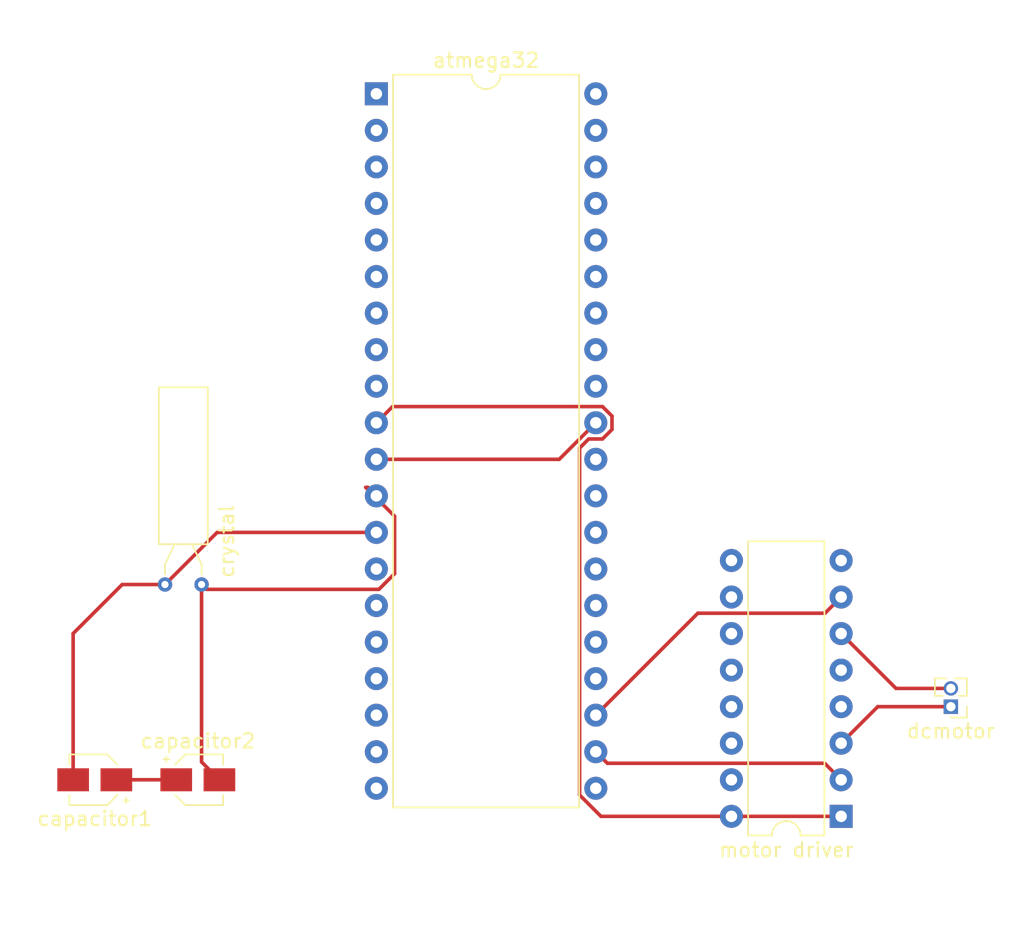
<source format=kicad_pcb>
(kicad_pcb (version 20211014) (generator pcbnew)
  (layers (0 "F.Cu" signal) (31 "B.Cu" signal) (34 "B.Paste" user) (35 "F.Paste" user) (36 "B.SilkS" user "B.Silkscreen") (37 "F.SilkS" user "F.Silkscreen") (38 "B.Mask" user) (39 "F.Mask" user) (44 "Edge.Cuts" user))
  (net 0 "")
  (net 1 "GND")
  (net 2 "Net-(C1-Pad2)")
  (net 3 "Net-(U1-Pad13)")
  (net 4 "Net-(M1-Pad1)")
  (net 5 "Net-(M1-Pad2)")
  (net 15 "Net-(U1-Pad10)")
  (net 16 "Net-(U1-Pad11)")
  (net 25 "Net-(U1-Pad22)")
  (net 26 "Net-(U1-Pad23)")
  (net 33 "+5V")
  (net 45 "+12V")
  (footprint "Package_DIP:DIP-40_W15.24mm" (layer "F.Cu") (at 122.66 56.47)
    (fp_text reference "atmega32" (at 7.62 -2.33) (layer "F.SilkS"))
    (fp_text value "ATmega32-16P")
    (fp_line (start 1.16 49.59) (end 14.08 49.59) (layer "F.SilkS") (width 0.12))
    (fp_line (start 6.62 -1.33) (end 1.16 -1.33) (layer "F.SilkS") (width 0.12))
    (fp_line (start 14.08 -1.33) (end 8.62 -1.33) (layer "F.SilkS") (width 0.12))
    (fp_line (start 14.08 49.59) (end 14.08 -1.33) (layer "F.SilkS") (width 0.12))
    (fp_line (start 1.16 -1.33) (end 1.16 49.59) (layer "F.SilkS") (width 0.12))
    (fp_arc (start 8.62 -1.33) (mid 7.62 -0.33) (end 6.62 -1.33) (layer "F.SilkS") (width 0.12))
    (pad "1" thru_hole rect (at 0 0) (size 1.6 1.6) (drill 0.8) (layers *.Cu *.Mask))
    (pad "2" thru_hole oval (at 0 2.54) (size 1.6 1.6) (drill 0.8) (layers *.Cu *.Mask))
    (pad "3" thru_hole oval (at 0 5.08) (size 1.6 1.6) (drill 0.8) (layers *.Cu *.Mask))
    (pad "4" thru_hole oval (at 0 7.62) (size 1.6 1.6) (drill 0.8) (layers *.Cu *.Mask))
    (pad "5" thru_hole oval (at 0 10.16) (size 1.6 1.6) (drill 0.8) (layers *.Cu *.Mask))
    (pad "6" thru_hole oval (at 0 12.7) (size 1.6 1.6) (drill 0.8) (layers *.Cu *.Mask))
    (pad "7" thru_hole oval (at 0 15.24) (size 1.6 1.6) (drill 0.8) (layers *.Cu *.Mask))
    (pad "8" thru_hole oval (at 0 17.78) (size 1.6 1.6) (drill 0.8) (layers *.Cu *.Mask))
    (pad "9" thru_hole oval (at 0 20.32) (size 1.6 1.6) (drill 0.8) (layers *.Cu *.Mask))
    (pad "10" thru_hole oval (at 0 22.86) (size 1.6 1.6) (drill 0.8) (layers *.Cu *.Mask) (net 15 "Net-(U1-Pad10)"))
    (pad "11" thru_hole oval (at 0 25.4) (size 1.6 1.6) (drill 0.8) (layers *.Cu *.Mask) (net 16 "Net-(U1-Pad11)"))
    (pad "12" thru_hole oval (at 0 27.94) (size 1.6 1.6) (drill 0.8) (layers *.Cu *.Mask) (net 2 "Net-(C1-Pad2)"))
    (pad "13" thru_hole oval (at 0 30.48) (size 1.6 1.6) (drill 0.8) (layers *.Cu *.Mask) (net 3 "Net-(U1-Pad13)"))
    (pad "14" thru_hole oval (at 0 33.02) (size 1.6 1.6) (drill 0.8) (layers *.Cu *.Mask))
    (pad "15" thru_hole oval (at 0 35.56) (size 1.6 1.6) (drill 0.8) (layers *.Cu *.Mask))
    (pad "16" thru_hole oval (at 0 38.1) (size 1.6 1.6) (drill 0.8) (layers *.Cu *.Mask))
    (pad "17" thru_hole oval (at 0 40.64) (size 1.6 1.6) (drill 0.8) (layers *.Cu *.Mask))
    (pad "18" thru_hole oval (at 0 43.18) (size 1.6 1.6) (drill 0.8) (layers *.Cu *.Mask))
    (pad "19" thru_hole oval (at 0 45.72) (size 1.6 1.6) (drill 0.8) (layers *.Cu *.Mask))
    (pad "20" thru_hole oval (at 0 48.26) (size 1.6 1.6) (drill 0.8) (layers *.Cu *.Mask))
    (pad "21" thru_hole oval (at 15.24 48.26) (size 1.6 1.6) (drill 0.8) (layers *.Cu *.Mask))
    (pad "22" thru_hole oval (at 15.24 45.72) (size 1.6 1.6) (drill 0.8) (layers *.Cu *.Mask) (net 25 "Net-(U1-Pad22)"))
    (pad "23" thru_hole oval (at 15.24 43.18) (size 1.6 1.6) (drill 0.8) (layers *.Cu *.Mask) (net 26 "Net-(U1-Pad23)"))
    (pad "24" thru_hole oval (at 15.24 40.64) (size 1.6 1.6) (drill 0.8) (layers *.Cu *.Mask))
    (pad "25" thru_hole oval (at 15.24 38.1) (size 1.6 1.6) (drill 0.8) (layers *.Cu *.Mask))
    (pad "26" thru_hole oval (at 15.24 35.56) (size 1.6 1.6) (drill 0.8) (layers *.Cu *.Mask))
    (pad "27" thru_hole oval (at 15.24 33.02) (size 1.6 1.6) (drill 0.8) (layers *.Cu *.Mask))
    (pad "28" thru_hole oval (at 15.24 30.48) (size 1.6 1.6) (drill 0.8) (layers *.Cu *.Mask))
    (pad "29" thru_hole oval (at 15.24 27.94) (size 1.6 1.6) (drill 0.8) (layers *.Cu *.Mask))
    (pad "30" thru_hole oval (at 15.24 25.4) (size 1.6 1.6) (drill 0.8) (layers *.Cu *.Mask) (net 33 "+5V"))
    (pad "31" thru_hole oval (at 15.24 22.86) (size 1.6 1.6) (drill 0.8) (layers *.Cu *.Mask) (net 16 "Net-(U1-Pad11)"))
    (pad "32" thru_hole oval (at 15.24 20.32) (size 1.6 1.6) (drill 0.8) (layers *.Cu *.Mask))
    (pad "33" thru_hole oval (at 15.24 17.78) (size 1.6 1.6) (drill 0.8) (layers *.Cu *.Mask))
    (pad "34" thru_hole oval (at 15.24 15.24) (size 1.6 1.6) (drill 0.8) (layers *.Cu *.Mask))
    (pad "35" thru_hole oval (at 15.24 12.7) (size 1.6 1.6) (drill 0.8) (layers *.Cu *.Mask))
    (pad "36" thru_hole oval (at 15.24 10.16) (size 1.6 1.6) (drill 0.8) (layers *.Cu *.Mask))
    (pad "37" thru_hole oval (at 15.24 7.62) (size 1.6 1.6) (drill 0.8) (layers *.Cu *.Mask))
    (pad "38" thru_hole oval (at 15.24 5.08) (size 1.6 1.6) (drill 0.8) (layers *.Cu *.Mask))
    (pad "39" thru_hole oval (at 15.24 2.54) (size 1.6 1.6) (drill 0.8) (layers *.Cu *.Mask))
    (pad "40" thru_hole oval (at 15.24 0) (size 1.6 1.6) (drill 0.8) (layers *.Cu *.Mask))
  )
  (footprint "Connector_PinHeader_1.27mm:PinHeader_1x02_P1.27mm_Vertical" (layer "F.Cu") (at 162.56 99.06 180)
    (fp_text reference "dcmotor" (at 0 -1.695) (layer "F.SilkS"))
    (fp_text value "Motor_DC")
    (fp_line (start 0.563471 0.76) (end 1.11 0.76) (layer "F.SilkS") (width 0.12))
    (fp_line (start -1.11 0) (end -1.11 -0.76) (layer "F.SilkS") (width 0.12))
    (fp_line (start -1.11 -0.76) (end 0 -0.76) (layer "F.SilkS") (width 0.12))
    (fp_line (start 1.11 0.76) (end 1.11 1.965) (layer "F.SilkS") (width 0.12))
    (fp_line (start -1.11 1.965) (end -0.30753 1.965) (layer "F.SilkS") (width 0.12))
    (fp_line (start -1.11 0.76) (end -0.563471 0.76) (layer "F.SilkS") (width 0.12))
    (fp_line (start 0.30753 1.965) (end 1.11 1.965) (layer "F.SilkS") (width 0.12))
    (fp_line (start -1.11 0.76) (end -1.11 1.965) (layer "F.SilkS") (width 0.12))
    (pad "1" thru_hole rect (at 0 0 180) (size 1 1) (drill 0.65) (layers *.Cu *.Mask) (net 4 "Net-(M1-Pad1)"))
    (pad "2" thru_hole oval (at 0 1.27 180) (size 1 1) (drill 0.65) (layers *.Cu *.Mask) (net 5 "Net-(M1-Pad2)"))
  )
  (footprint "Capacitor_SMD:CP_Elec_3x5.3" (layer "F.Cu") (at 110.26 104.14)
    (fp_text reference "capacitor2" (at 0 -2.7) (layer "F.SilkS"))
    (fp_text value "C_Polarized_US")
    (fp_line (start 1.76 -1.76) (end 1.76 -1.06) (layer "F.SilkS") (width 0.12))
    (fp_line (start -1.570563 -1.06) (end -0.870563 -1.76) (layer "F.SilkS") (width 0.12))
    (fp_line (start -2.1875 -1.6225) (end -2.1875 -1.2475) (layer "F.SilkS") (width 0.12))
    (fp_line (start -1.570563 1.06) (end -0.870563 1.76) (layer "F.SilkS") (width 0.12))
    (fp_line (start -2.375 -1.435) (end -2 -1.435) (layer "F.SilkS") (width 0.12))
    (fp_line (start -0.870563 1.76) (end 1.76 1.76) (layer "F.SilkS") (width 0.12))
    (fp_line (start 1.76 1.76) (end 1.76 1.06) (layer "F.SilkS") (width 0.12))
    (fp_line (start -0.870563 -1.76) (end 1.76 -1.76) (layer "F.SilkS") (width 0.12))
    (pad "1" smd rect (at -1.5 0) (size 2.2 1.6) (layers "F.Cu" "F.Paste" "F.Mask") (net 1 "GND"))
    (pad "2" smd rect (at 1.5 0) (size 2.2 1.6) (layers "F.Cu" "F.Paste" "F.Mask") (net 2 "Net-(C1-Pad2)"))
  )
  (footprint "Package_DIP:DIP-16_W7.62mm" (layer "F.Cu") (at 154.94 106.68 180)
    (fp_text reference "motor driver" (at 3.81 -2.33) (layer "F.SilkS"))
    (fp_text value "L293D")
    (fp_line (start 1.16 19.11) (end 6.46 19.11) (layer "F.SilkS") (width 0.12))
    (fp_line (start 2.81 -1.33) (end 1.16 -1.33) (layer "F.SilkS") (width 0.12))
    (fp_line (start 6.46 -1.33) (end 4.81 -1.33) (layer "F.SilkS") (width 0.12))
    (fp_line (start 1.16 -1.33) (end 1.16 19.11) (layer "F.SilkS") (width 0.12))
    (fp_line (start 6.46 19.11) (end 6.46 -1.33) (layer "F.SilkS") (width 0.12))
    (fp_arc (start 4.81 -1.33) (mid 3.81 -0.33) (end 2.81 -1.33) (layer "F.SilkS") (width 0.12))
    (pad "1" thru_hole rect (at 0 0 180) (size 1.6 1.6) (drill 0.8) (layers *.Cu *.Mask) (net 15 "Net-(U1-Pad10)"))
    (pad "2" thru_hole oval (at 0 2.54 180) (size 1.6 1.6) (drill 0.8) (layers *.Cu *.Mask) (net 25 "Net-(U1-Pad22)"))
    (pad "3" thru_hole oval (at 0 5.08 180) (size 1.6 1.6) (drill 0.8) (layers *.Cu *.Mask) (net 4 "Net-(M1-Pad1)"))
    (pad "4" thru_hole oval (at 0 7.62 180) (size 1.6 1.6) (drill 0.8) (layers *.Cu *.Mask))
    (pad "5" thru_hole oval (at 0 10.16 180) (size 1.6 1.6) (drill 0.8) (layers *.Cu *.Mask))
    (pad "6" thru_hole oval (at 0 12.7 180) (size 1.6 1.6) (drill 0.8) (layers *.Cu *.Mask) (net 5 "Net-(M1-Pad2)"))
    (pad "7" thru_hole oval (at 0 15.24 180) (size 1.6 1.6) (drill 0.8) (layers *.Cu *.Mask) (net 26 "Net-(U1-Pad23)"))
    (pad "8" thru_hole oval (at 0 17.78 180) (size 1.6 1.6) (drill 0.8) (layers *.Cu *.Mask) (net 45 "+12V"))
    (pad "9" thru_hole oval (at 7.62 17.78 180) (size 1.6 1.6) (drill 0.8) (layers *.Cu *.Mask))
    (pad "10" thru_hole oval (at 7.62 15.24 180) (size 1.6 1.6) (drill 0.8) (layers *.Cu *.Mask))
    (pad "11" thru_hole oval (at 7.62 12.7 180) (size 1.6 1.6) (drill 0.8) (layers *.Cu *.Mask))
    (pad "12" thru_hole oval (at 7.62 10.16 180) (size 1.6 1.6) (drill 0.8) (layers *.Cu *.Mask))
    (pad "13" thru_hole oval (at 7.62 7.62 180) (size 1.6 1.6) (drill 0.8) (layers *.Cu *.Mask))
    (pad "14" thru_hole oval (at 7.62 5.08 180) (size 1.6 1.6) (drill 0.8) (layers *.Cu *.Mask))
    (pad "15" thru_hole oval (at 7.62 2.54 180) (size 1.6 1.6) (drill 0.8) (layers *.Cu *.Mask))
    (pad "16" thru_hole oval (at 7.62 0 180) (size 1.6 1.6) (drill 0.8) (layers *.Cu *.Mask) (net 15 "Net-(U1-Pad10)"))
  )
  (footprint "Crystal:Crystal_AT310_D3.0mm_L10.0mm_Horizontal" (layer "F.Cu") (at 110.52 90.57 180)
    (fp_text reference "crystal" (at -1.75 3 90) (layer "F.SilkS"))
    (fp_text value "Crystal")
    (fp_line (start -0.43 13.7) (end 2.97 13.7) (layer "F.SilkS") (width 0.12))
    (fp_line (start 1.87 2.8) (end 2.54 1.4) (layer "F.SilkS") (width 0.12))
    (fp_line (start 0.67 2.8) (end 0 1.4) (layer "F.SilkS") (width 0.12))
    (fp_line (start 2.54 1.4) (end 2.54 0.7) (layer "F.SilkS") (width 0.12))
    (fp_line (start 2.97 2.8) (end -0.43 2.8) (layer "F.SilkS") (width 0.12))
    (fp_line (start 0 1.4) (end 0 0.7) (layer "F.SilkS") (width 0.12))
    (fp_line (start 2.97 13.7) (end 2.97 2.8) (layer "F.SilkS") (width 0.12))
    (fp_line (start -0.43 2.8) (end -0.43 13.7) (layer "F.SilkS") (width 0.12))
    (pad "1" thru_hole circle (at 0 0 180) (size 1 1) (drill 0.5) (layers *.Cu *.Mask) (net 2 "Net-(C1-Pad2)"))
    (pad "2" thru_hole circle (at 2.54 0 180) (size 1 1) (drill 0.5) (layers *.Cu *.Mask) (net 3 "Net-(U1-Pad13)"))
  )
  (footprint "Capacitor_SMD:CP_Elec_3x5.3" (layer "F.Cu") (at 103.1 104.14 180)
    (fp_text reference "capacitor1" (at 0 -2.7) (layer "F.SilkS"))
    (fp_text value "C_Polarized_US")
    (fp_line (start -0.870563 -1.76) (end 1.76 -1.76) (layer "F.SilkS") (width 0.12))
    (fp_line (start -1.570563 -1.06) (end -0.870563 -1.76) (layer "F.SilkS") (width 0.12))
    (fp_line (start 1.76 1.76) (end 1.76 1.06) (layer "F.SilkS") (width 0.12))
    (fp_line (start -2.1875 -1.6225) (end -2.1875 -1.2475) (layer "F.SilkS") (width 0.12))
    (fp_line (start -1.570563 1.06) (end -0.870563 1.76) (layer "F.SilkS") (width 0.12))
    (fp_line (start 1.76 -1.76) (end 1.76 -1.06) (layer "F.SilkS") (width 0.12))
    (fp_line (start -0.870563 1.76) (end 1.76 1.76) (layer "F.SilkS") (width 0.12))
    (fp_line (start -2.375 -1.435) (end -2 -1.435) (layer "F.SilkS") (width 0.12))
    (pad "1" smd rect (at -1.5 0 180) (size 2.2 1.6) (layers "F.Cu" "F.Paste" "F.Mask") (net 1 "GND"))
    (pad "2" smd rect (at 1.5 0 180) (size 2.2 1.6) (layers "F.Cu" "F.Paste" "F.Mask") (net 3 "Net-(U1-Pad13)"))
  )
  (segment (start 109.22 104.14) (end 104.6 104.14) (width 0.25) (layer "F.Cu") (net 1))
  (segment (start 122.07 83.82) (end 122.66 84.41) (width 0.25) (layer "F.Cu") (net 2))
  (segment (start 110.855489 90.905489) (end 122.834811 90.905489) (width 0.25) (layer "F.Cu") (net 2))
  (segment (start 123.925489 89.814811) (end 123.925489 85.825489) (width 0.25) (layer "F.Cu") (net 2))
  (segment (start 110.52 90.57) (end 110.855489 90.905489) (width 0.25) (layer "F.Cu") (net 2))
  (segment (start 123.925489 85.825489) (end 121.92 83.82) (width 0.25) (layer "F.Cu") (net 2))
  (segment (start 110.52 90.57) (end 110.52 102.9) (width 0.25) (layer "F.Cu") (net 2))
  (segment (start 121.92 83.82) (end 122.07 83.82) (width 0.25) (layer "F.Cu") (net 2))
  (segment (start 122.834811 90.905489) (end 123.925489 89.814811) (width 0.25) (layer "F.Cu") (net 2))
  (segment (start 110.52 102.9) (end 111.76 104.14) (width 0.25) (layer "F.Cu") (net 2))
  (segment (start 111.6 86.95) (end 122.66 86.95) (width 0.25) (layer "F.Cu") (net 3))
  (segment (start 107.98 90.57) (end 105.01 90.57) (width 0.25) (layer "F.Cu") (net 3))
  (segment (start 101.6 93.98) (end 101.6 104.14) (width 0.25) (layer "F.Cu") (net 3))
  (segment (start 107.98 90.57) (end 111.6 86.95) (width 0.25) (layer "F.Cu") (net 3))
  (segment (start 105.01 90.57) (end 101.6 93.98) (width 0.25) (layer "F.Cu") (net 3))
  (segment (start 157.48 99.06) (end 154.94 101.6) (width 0.25) (layer "F.Cu") (net 4))
  (segment (start 162.56 99.06) (end 157.48 99.06) (width 0.25) (layer "F.Cu") (net 4))
  (segment (start 158.75 97.79) (end 154.94 93.98) (width 0.25) (layer "F.Cu") (net 5))
  (segment (start 162.56 97.79) (end 158.75 97.79) (width 0.25) (layer "F.Cu") (net 5))
  (segment (start 138.2597 106.68) (end 136.775489 105.195789) (width 0.25) (layer "F.Cu") (net 15))
  (segment (start 123.784511 78.205489) (end 122.66 79.33) (width 0.25) (layer "F.Cu") (net 15))
  (segment (start 139.024511 79.795789) (end 139.024511 78.864211) (width 0.25) (layer "F.Cu") (net 15))
  (segment (start 139.024511 78.864211) (end 138.365789 78.205489) (width 0.25) (layer "F.Cu") (net 15))
  (segment (start 136.775489 81.090229) (end 137.411207 80.454511) (width 0.25) (layer "F.Cu") (net 15))
  (segment (start 137.411207 80.454511) (end 138.365789 80.454511) (width 0.25) (layer "F.Cu") (net 15))
  (segment (start 138.365789 78.205489) (end 123.784511 78.205489) (width 0.25) (layer "F.Cu") (net 15))
  (segment (start 138.365789 80.454511) (end 139.024511 79.795789) (width 0.25) (layer "F.Cu") (net 15))
  (segment (start 154.94 106.68) (end 138.2597 106.68) (width 0.25) (layer "F.Cu") (net 15))
  (segment (start 136.775489 105.195789) (end 136.775489 81.090229) (width 0.25) (layer "F.Cu") (net 15))
  (segment (start 122.66 81.87) (end 135.36 81.87) (width 0.25) (layer "F.Cu") (net 16))
  (segment (start 135.36 81.87) (end 137.9 79.33) (width 0.25) (layer "F.Cu") (net 16))
  (segment (start 137.9 102.19) (end 138.699999 102.989999) (width 0.25) (layer "F.Cu") (net 25))
  (segment (start 153.789999 102.989999) (end 154.94 104.14) (width 0.25) (layer "F.Cu") (net 25))
  (segment (start 138.699999 102.989999) (end 153.789999 102.989999) (width 0.25) (layer "F.Cu") (net 25))
  (segment (start 153.815489 92.564511) (end 144.985489 92.564511) (width 0.25) (layer "F.Cu") (net 26))
  (segment (start 144.985489 92.564511) (end 137.9 99.65) (width 0.25) (layer "F.Cu") (net 26))
  (segment (start 154.94 91.44) (end 153.815489 92.564511) (width 0.25) (layer "F.Cu") (net 26))
)
</source>
